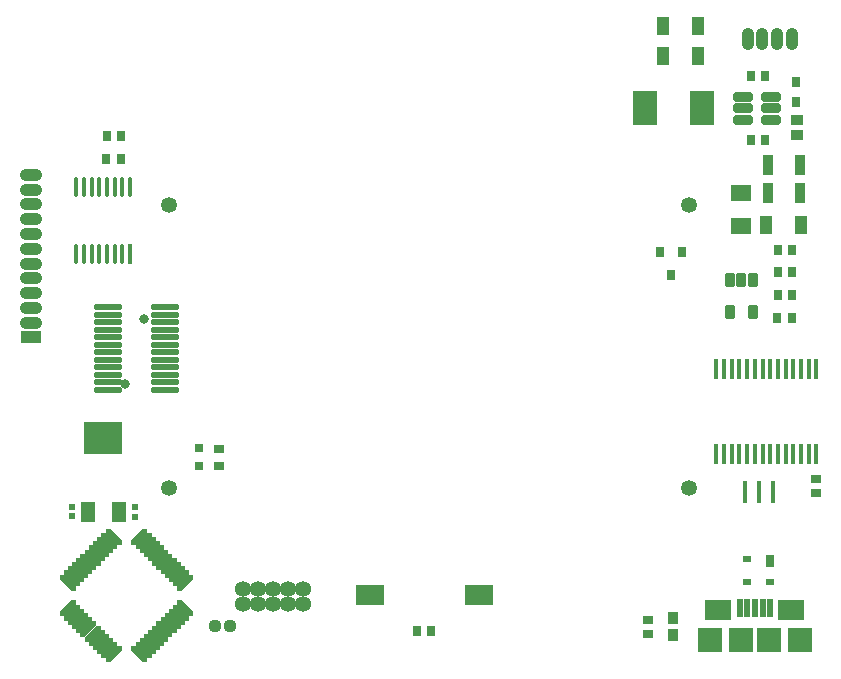
<source format=gbs>
G04*
G04 #@! TF.GenerationSoftware,Altium Limited,Altium Designer,22.4.2 (48)*
G04*
G04 Layer_Color=16711935*
%FSLAX25Y25*%
%MOIN*%
G70*
G04*
G04 #@! TF.SameCoordinates,FFA694D2-1829-43A5-BD7A-47FC6BC8C01B*
G04*
G04*
G04 #@! TF.FilePolarity,Negative*
G04*
G01*
G75*
%ADD15R,0.03543X0.02559*%
%ADD16R,0.03150X0.03150*%
%ADD22R,0.03543X0.02953*%
%ADD24R,0.02953X0.03543*%
G04:AMPARAMS|DCode=41|XSize=39.5mil|YSize=70.99mil|CornerRadius=15.81mil|HoleSize=0mil|Usage=FLASHONLY|Rotation=0.000|XOffset=0mil|YOffset=0mil|HoleType=Round|Shape=RoundedRectangle|*
%AMROUNDEDRECTD41*
21,1,0.03950,0.03937,0,0,0.0*
21,1,0.00787,0.07099,0,0,0.0*
1,1,0.03162,0.00394,-0.01968*
1,1,0.03162,-0.00394,-0.01968*
1,1,0.03162,-0.00394,0.01968*
1,1,0.03162,0.00394,0.01968*
%
%ADD41ROUNDEDRECTD41*%
%ADD42C,0.05359*%
%ADD43C,0.05300*%
G04:AMPARAMS|DCode=44|XSize=39.5mil|YSize=70.99mil|CornerRadius=15.81mil|HoleSize=0mil|Usage=FLASHONLY|Rotation=90.000|XOffset=0mil|YOffset=0mil|HoleType=Round|Shape=RoundedRectangle|*
%AMROUNDEDRECTD44*
21,1,0.03950,0.03937,0,0,90.0*
21,1,0.00787,0.07099,0,0,90.0*
1,1,0.03162,0.01968,0.00394*
1,1,0.03162,0.01968,-0.00394*
1,1,0.03162,-0.01968,-0.00394*
1,1,0.03162,-0.01968,0.00394*
%
%ADD44ROUNDEDRECTD44*%
%ADD45R,0.07099X0.03950*%
%ADD46C,0.03200*%
%ADD47C,0.04400*%
%ADD61R,0.03642X0.06693*%
%ADD62R,0.01575X0.07480*%
%ADD63R,0.04134X0.06299*%
%ADD66R,0.02047X0.02047*%
%ADD67R,0.03150X0.03543*%
%ADD68R,0.01499X0.06517*%
G04:AMPARAMS|DCode=69|XSize=65.17mil|YSize=14.99mil|CornerRadius=7.5mil|HoleSize=0mil|Usage=FLASHONLY|Rotation=90.000|XOffset=0mil|YOffset=0mil|HoleType=Round|Shape=RoundedRectangle|*
%AMROUNDEDRECTD69*
21,1,0.06517,0.00000,0,0,90.0*
21,1,0.05018,0.01499,0,0,90.0*
1,1,0.01499,0.00000,0.02509*
1,1,0.01499,0.00000,-0.02509*
1,1,0.01499,0.00000,-0.02509*
1,1,0.01499,0.00000,0.02509*
%
%ADD69ROUNDEDRECTD69*%
%ADD72R,0.02756X0.03937*%
%ADD73R,0.02756X0.02362*%
%ADD80R,0.01772X0.06890*%
%ADD84R,0.03773X0.03961*%
%ADD85R,0.07087X0.05276*%
G04:AMPARAMS|DCode=89|XSize=19.81mil|YSize=70.99mil|CornerRadius=0mil|HoleSize=0mil|Usage=FLASHONLY|Rotation=225.000|XOffset=0mil|YOffset=0mil|HoleType=Round|Shape=Round|*
%AMOVALD89*
21,1,0.05118,0.01981,0.00000,0.00000,315.0*
1,1,0.01981,-0.01810,0.01810*
1,1,0.01981,0.01810,-0.01810*
%
%ADD89OVALD89*%

G04:AMPARAMS|DCode=90|XSize=19.81mil|YSize=70.99mil|CornerRadius=0mil|HoleSize=0mil|Usage=FLASHONLY|Rotation=135.000|XOffset=0mil|YOffset=0mil|HoleType=Round|Shape=Round|*
%AMOVALD90*
21,1,0.05118,0.01981,0.00000,0.00000,225.0*
1,1,0.01981,0.01810,0.01810*
1,1,0.01981,-0.01810,-0.01810*
%
%ADD90OVALD90*%

%ADD91R,0.09461X0.07099*%
%ADD92R,0.09383X0.07099*%
%ADD93O,0.09461X0.02178*%
%ADD94R,0.04737X0.07099*%
%ADD95R,0.12611X0.10642*%
%ADD96R,0.08280X0.08280*%
%ADD97R,0.09068X0.07099*%
%ADD98R,0.02375X0.06115*%
G04:AMPARAMS|DCode=99|XSize=31.62mil|YSize=47.37mil|CornerRadius=6.01mil|HoleSize=0mil|Usage=FLASHONLY|Rotation=180.000|XOffset=0mil|YOffset=0mil|HoleType=Round|Shape=RoundedRectangle|*
%AMROUNDEDRECTD99*
21,1,0.03162,0.03535,0,0,180.0*
21,1,0.01961,0.04737,0,0,180.0*
1,1,0.01202,-0.00980,0.01768*
1,1,0.01202,0.00980,0.01768*
1,1,0.01202,0.00980,-0.01768*
1,1,0.01202,-0.00980,-0.01768*
%
%ADD99ROUNDEDRECTD99*%
%ADD100R,0.04147X0.03556*%
%ADD101R,0.08300X0.11800*%
G04:AMPARAMS|DCode=102|XSize=65.09mil|YSize=31.23mil|CornerRadius=6.9mil|HoleSize=0mil|Usage=FLASHONLY|Rotation=0.000|XOffset=0mil|YOffset=0mil|HoleType=Round|Shape=RoundedRectangle|*
%AMROUNDEDRECTD102*
21,1,0.06509,0.01742,0,0,0.0*
21,1,0.05128,0.03123,0,0,0.0*
1,1,0.01381,0.02564,-0.00871*
1,1,0.01381,-0.02564,-0.00871*
1,1,0.01381,-0.02564,0.00871*
1,1,0.01381,0.02564,0.00871*
%
%ADD102ROUNDEDRECTD102*%
D15*
X-70100Y-39854D02*
D03*
Y-34146D02*
D03*
D16*
X-76500Y-34047D02*
D03*
Y-39953D02*
D03*
D22*
X129100Y-48962D02*
D03*
Y-44238D02*
D03*
X73100Y-96062D02*
D03*
X73131Y-91338D02*
D03*
D24*
X116238Y24600D02*
D03*
X120962D02*
D03*
X862Y-95000D02*
D03*
X-3862D02*
D03*
X-102638Y70100D02*
D03*
X-107362D02*
D03*
X-102738Y62300D02*
D03*
X-107462D02*
D03*
X116238Y32200D02*
D03*
X120962D02*
D03*
X116238Y17100D02*
D03*
X120962D02*
D03*
X116200Y9500D02*
D03*
X120924D02*
D03*
X111962Y68600D02*
D03*
X107238D02*
D03*
X111962Y90200D02*
D03*
X107238D02*
D03*
D41*
X116121Y102500D02*
D03*
X121043D02*
D03*
X111200D02*
D03*
X106279D02*
D03*
D42*
X-62000Y-81000D02*
D03*
X-57000D02*
D03*
X-52000D02*
D03*
X-47000D02*
D03*
X-42000D02*
D03*
X-62000Y-86000D02*
D03*
X-57000D02*
D03*
X-52000D02*
D03*
X-47000D02*
D03*
X-42000D02*
D03*
D43*
X86614Y-47244D02*
D03*
X-86614D02*
D03*
Y47244D02*
D03*
X86614D02*
D03*
D44*
X-132700Y57106D02*
D03*
Y52185D02*
D03*
Y47264D02*
D03*
Y42342D02*
D03*
Y37421D02*
D03*
Y32500D02*
D03*
Y27579D02*
D03*
Y22658D02*
D03*
Y17736D02*
D03*
Y12815D02*
D03*
Y7894D02*
D03*
D45*
Y2972D02*
D03*
D46*
X-94960Y8961D02*
D03*
X-101200Y-12489D02*
D03*
D47*
X-71200Y-93100D02*
D03*
X-66400D02*
D03*
D61*
X112936Y51000D02*
D03*
X123664D02*
D03*
Y60400D02*
D03*
X112936D02*
D03*
D62*
X105276Y-48700D02*
D03*
X110000D02*
D03*
X114724D02*
D03*
D63*
X89807Y96600D02*
D03*
X78193D02*
D03*
X112493Y40500D02*
D03*
X124107D02*
D03*
X78093Y106800D02*
D03*
X89707D02*
D03*
D66*
X-98000Y-56875D02*
D03*
Y-53725D02*
D03*
X-118800Y-53525D02*
D03*
Y-56675D02*
D03*
D67*
X80800Y23663D02*
D03*
X84540Y31537D02*
D03*
X77060D02*
D03*
X122500Y88147D02*
D03*
Y81454D02*
D03*
D68*
X-99643Y30876D02*
D03*
D69*
X-102202D02*
D03*
X-104761D02*
D03*
X-107320D02*
D03*
X-109880D02*
D03*
X-112439D02*
D03*
X-114998D02*
D03*
X-117557D02*
D03*
Y53124D02*
D03*
X-114998D02*
D03*
X-112439D02*
D03*
X-109880D02*
D03*
X-107320D02*
D03*
X-104761D02*
D03*
X-102202D02*
D03*
X-99643D02*
D03*
D72*
X113837Y-71747D02*
D03*
D73*
Y-78440D02*
D03*
X105963D02*
D03*
Y-70960D02*
D03*
D80*
X129134Y-7527D02*
D03*
X126575D02*
D03*
X124016D02*
D03*
X121457D02*
D03*
X118898D02*
D03*
X116339D02*
D03*
X113779D02*
D03*
X111221D02*
D03*
X108661D02*
D03*
X106102D02*
D03*
X103543D02*
D03*
X100984D02*
D03*
X98425D02*
D03*
X95866D02*
D03*
Y-35873D02*
D03*
X98425D02*
D03*
X100984D02*
D03*
X103543D02*
D03*
X106102D02*
D03*
X108661D02*
D03*
X111221D02*
D03*
X113779D02*
D03*
X116339D02*
D03*
X118898D02*
D03*
X121457D02*
D03*
X124016D02*
D03*
X126575D02*
D03*
X129134D02*
D03*
D84*
X81500Y-96160D02*
D03*
Y-90640D02*
D03*
D85*
X103900Y51230D02*
D03*
Y39970D02*
D03*
D89*
X-83957Y-90199D02*
D03*
X-96485Y-102726D02*
D03*
X-90917Y-97159D02*
D03*
X-89525Y-95767D02*
D03*
X-105115Y-63474D02*
D03*
X-106507Y-64866D02*
D03*
X-107899Y-66258D02*
D03*
X-109291Y-67649D02*
D03*
X-110683Y-69041D02*
D03*
X-112075Y-70433D02*
D03*
X-113467Y-71825D02*
D03*
X-114859Y-73217D02*
D03*
X-116251Y-74609D02*
D03*
X-117642Y-76001D02*
D03*
X-119034Y-77393D02*
D03*
X-120426Y-78785D02*
D03*
X-95093Y-101335D02*
D03*
X-93701Y-99942D02*
D03*
X-92309Y-98551D02*
D03*
X-88133Y-94375D02*
D03*
X-86741Y-92983D02*
D03*
X-85349Y-91591D02*
D03*
X-82565Y-88807D02*
D03*
X-81174Y-87415D02*
D03*
D90*
X-105115Y-102726D02*
D03*
X-120426Y-87415D02*
D03*
X-119034Y-88807D02*
D03*
X-117642Y-90199D02*
D03*
X-116251Y-91591D02*
D03*
X-114859Y-92983D02*
D03*
X-113467Y-94375D02*
D03*
X-112075Y-95767D02*
D03*
X-110683Y-97159D02*
D03*
X-109291Y-98551D02*
D03*
X-107899Y-99942D02*
D03*
X-106507Y-101335D02*
D03*
X-81174Y-78785D02*
D03*
X-82565Y-77393D02*
D03*
X-83957Y-76001D02*
D03*
X-85349Y-74609D02*
D03*
X-86741Y-73217D02*
D03*
X-88133Y-71825D02*
D03*
X-89525Y-70433D02*
D03*
X-90917Y-69041D02*
D03*
X-92309Y-67649D02*
D03*
X-93701Y-66258D02*
D03*
X-95093Y-64866D02*
D03*
X-96485Y-63474D02*
D03*
D91*
X-19590Y-83000D02*
D03*
D92*
X16590D02*
D03*
D93*
X-106949Y-14550D02*
D03*
Y-12050D02*
D03*
Y-9550D02*
D03*
Y-7050D02*
D03*
Y-4550D02*
D03*
Y-2050D02*
D03*
Y450D02*
D03*
Y2950D02*
D03*
Y5450D02*
D03*
Y7950D02*
D03*
Y10450D02*
D03*
Y12950D02*
D03*
X-88051Y-14550D02*
D03*
Y-12050D02*
D03*
Y-9550D02*
D03*
Y-7050D02*
D03*
Y-4550D02*
D03*
Y-2050D02*
D03*
Y450D02*
D03*
Y2950D02*
D03*
Y5450D02*
D03*
Y7950D02*
D03*
Y10450D02*
D03*
Y12950D02*
D03*
D94*
X-103364Y-55200D02*
D03*
X-113600D02*
D03*
D95*
X-108482Y-30594D02*
D03*
D96*
X93715Y-97800D02*
D03*
X123636D02*
D03*
X103951D02*
D03*
X113400D02*
D03*
D97*
X96471Y-87761D02*
D03*
X120880D02*
D03*
D98*
X103558Y-87269D02*
D03*
X106116D02*
D03*
X108676D02*
D03*
X111235D02*
D03*
X113794D02*
D03*
D99*
X100460Y22213D02*
D03*
X104200D02*
D03*
X107940D02*
D03*
Y11387D02*
D03*
X100460D02*
D03*
D100*
X122600Y75261D02*
D03*
Y70339D02*
D03*
D101*
X72050Y79500D02*
D03*
X91150D02*
D03*
D102*
X104853Y75560D02*
D03*
Y79300D02*
D03*
Y83040D02*
D03*
X113947D02*
D03*
Y79300D02*
D03*
Y75560D02*
D03*
M02*

</source>
